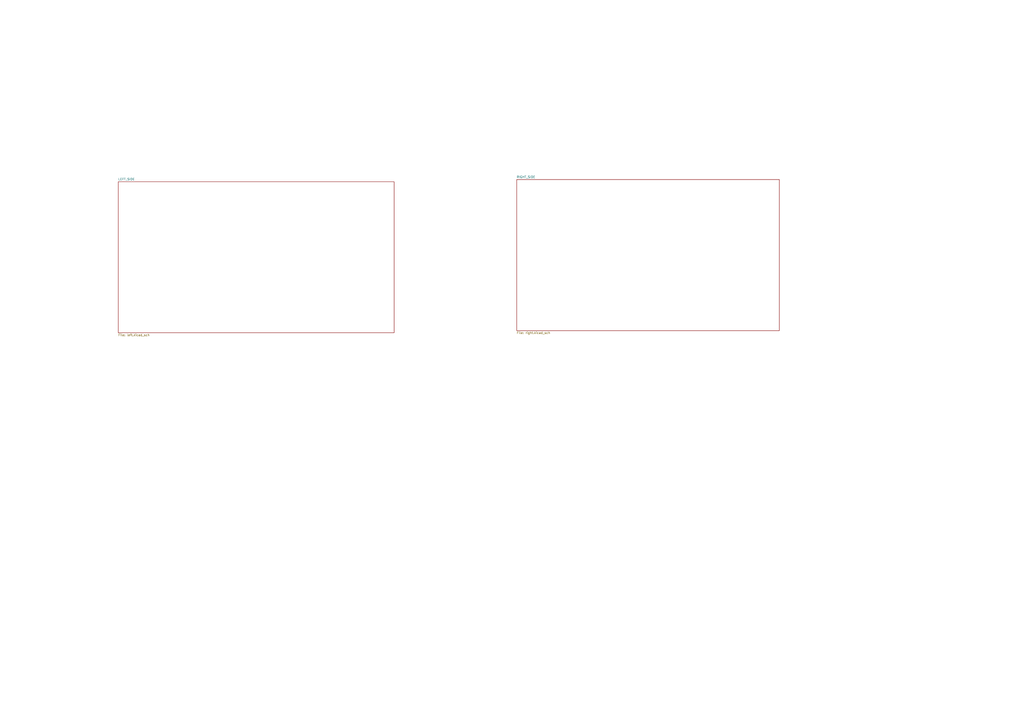
<source format=kicad_sch>
(kicad_sch
	(version 20250114)
	(generator "eeschema")
	(generator_version "9.0")
	(uuid "c4fcccaa-ece3-4cd5-8faf-ca9e2b792cef")
	(paper "A2")
	(lib_symbols)
	(sheet
		(at 68.58 105.41)
		(size 160.02 87.63)
		(exclude_from_sim no)
		(in_bom yes)
		(on_board yes)
		(dnp no)
		(fields_autoplaced yes)
		(stroke
			(width 0.1524)
			(type solid)
		)
		(fill
			(color 0 0 0 0.0000)
		)
		(uuid "03c466ad-fce2-4401-8246-d1f1079038b3")
		(property "Sheetname" "LEFT_SIDE"
			(at 68.58 104.6984 0)
			(effects
				(font
					(size 1.27 1.27)
				)
				(justify left bottom)
			)
		)
		(property "Sheetfile" "left.kicad_sch"
			(at 68.58 193.6246 0)
			(effects
				(font
					(size 1.27 1.27)
				)
				(justify left top)
			)
		)
		(instances
			(project "stensgrind_pcb"
				(path "/c4fcccaa-ece3-4cd5-8faf-ca9e2b792cef"
					(page "3")
				)
			)
		)
	)
	(sheet
		(at 299.72 104.14)
		(size 152.4 87.63)
		(exclude_from_sim no)
		(in_bom yes)
		(on_board yes)
		(dnp no)
		(fields_autoplaced yes)
		(stroke
			(width 0.1524)
			(type solid)
		)
		(fill
			(color 0 0 0 0.0000)
		)
		(uuid "17a16e92-7f18-417e-ad88-eaaafd67b7d7")
		(property "Sheetname" "RIGHT_SIDE"
			(at 299.72 103.4284 0)
			(effects
				(font
					(size 1.27 1.27)
				)
				(justify left bottom)
			)
		)
		(property "Sheetfile" "right.kicad_sch"
			(at 299.72 192.3546 0)
			(effects
				(font
					(size 1.27 1.27)
				)
				(justify left top)
			)
		)
		(instances
			(project "stensgrind_pcb"
				(path "/c4fcccaa-ece3-4cd5-8faf-ca9e2b792cef"
					(page "2")
				)
			)
		)
	)
	(sheet_instances
		(path "/"
			(page "1")
		)
	)
	(embedded_fonts no)
)

</source>
